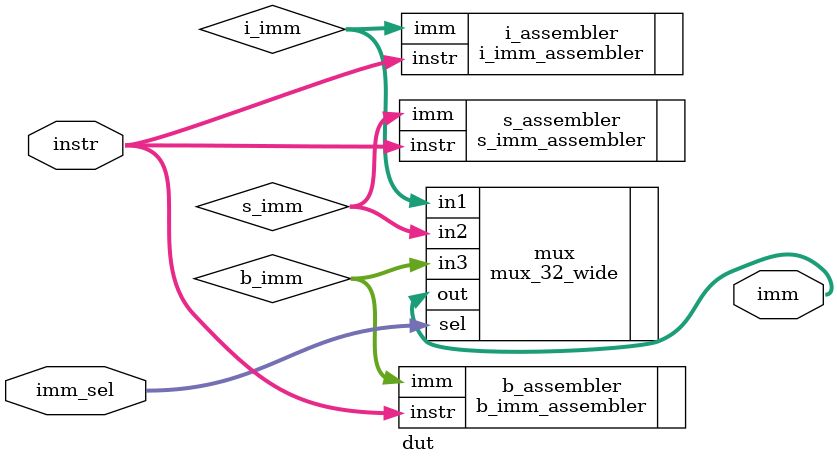
<source format=v>
`timescale 1ns/1ps
module dut (
    input wire [31:0] instr,
    input wire [1:0] imm_sel,
    output wire [31:0] imm
);
    wire [31:0] i_imm;
    wire [31:0] s_imm;
    wire [31:0] b_imm;

    i_imm_assembler i_assembler (
        .instr(instr),
        .imm(i_imm)
    );
    s_imm_assembler s_assembler (
        .instr(instr),
        .imm(s_imm)
    );
    b_imm_assembler b_assembler (
        .instr(instr),
        .imm(b_imm)
    );

    mux_32_wide mux (
        .sel(imm_sel),
        .in1(i_imm),
        .in2(s_imm),
        .in3(b_imm),
        .out(imm)
    );

endmodule
</source>
